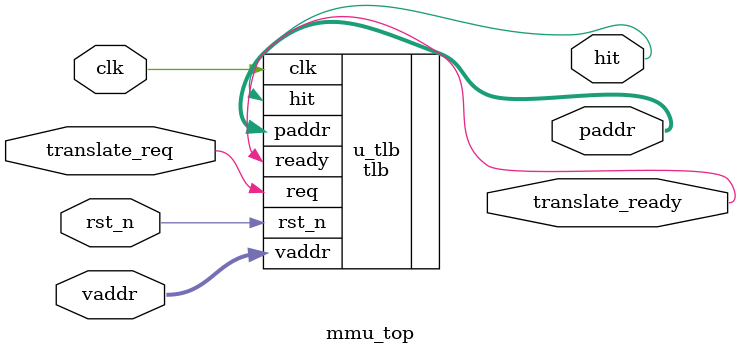
<source format=sv>
module mmu_top #(
  parameter ADDR_WIDTH = 40,
  parameter VPN_WIDTH = 24,
  parameter PPN_WIDTH = 24
)(
  input  logic                   clk,
  input  logic                   rst_n,
  input  logic                   translate_req,
  input  logic [ADDR_WIDTH-1:0]  vaddr,
  output logic                   translate_ready,
  output logic                   hit,
  output logic [ADDR_WIDTH-1:0]  paddr
);

  // instantiate TLB
  tlb #(.VPN_WIDTH(VPN_WIDTH), .PPN_WIDTH(PPN_WIDTH)) u_tlb (
    .clk(clk), .rst_n(rst_n),
    .req(translate_req), .vaddr(vaddr),
    .ready(translate_ready), .hit(hit), .paddr(paddr)
  );

endmodule


</source>
